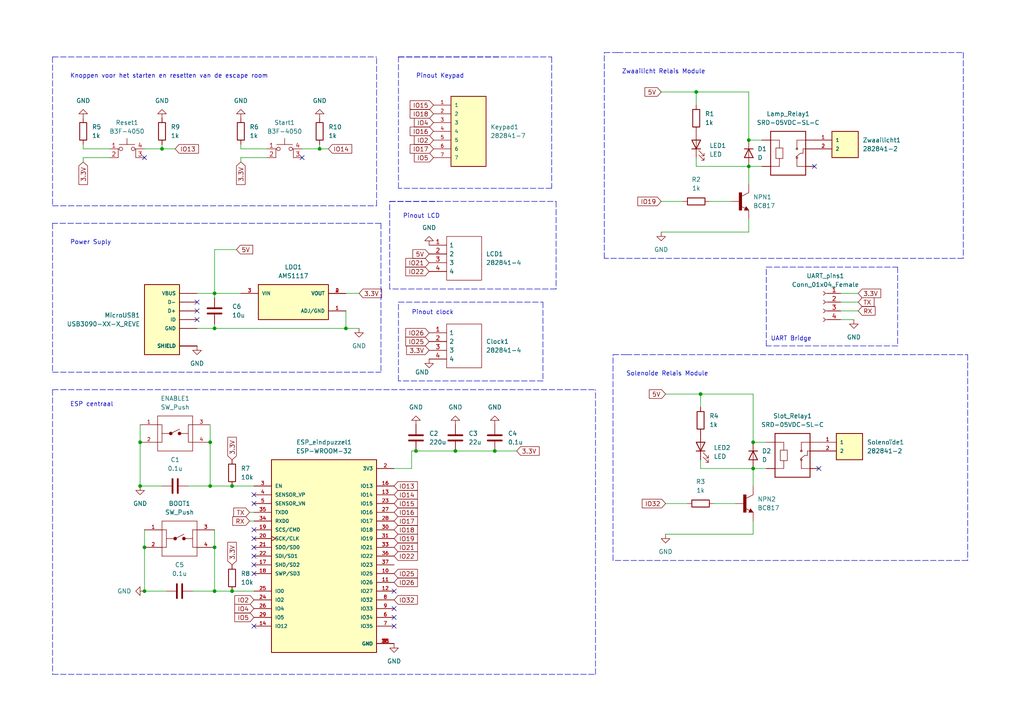
<source format=kicad_sch>
(kicad_sch (version 20211123) (generator eeschema)
  (paper "A4")
  (title_block (title "Eindpuzzel schakeling") (date "2022-03-29") (company "KULeuven") (comment 1 "Bachlorproef 2022"))
  (lib_symbols
    (symbol "282841-2:282841-2" (pin_names (offset 1.016))
      (property "Reference" "J" (at 0 10.16 0))
      (property "Value" "282841-2" (at 0 -7.62 0))
      (symbol "282841-2_0_0"
        (rectangle (start -5.08 -2.54) (end 2.54 5.08) (stroke (width 0.254)) (fill (type background)))
        (pin passive line (at -10.16 2.54 0) (length 5.08) (name "1") (number "1"))
        (pin passive line (at -10.16 0 0) (length 5.08) (name "2") (number "2"))
      )
    )
    (symbol "282841-4:282841-4" (pin_names (offset 0.762))
      (property "Reference" "J" (at 16.51 7.62 0))
      (property "Value" "282841-4" (at 16.51 5.08 0))
      (symbol "282841-4_0_0"
        (pin passive line (at 0 0 0) (length 5.08) (name "1") (number "1"))
        (pin passive line (at 0 -2.54 0) (length 5.08) (name "2") (number "2"))
        (pin passive line (at 0 -5.08 0) (length 5.08) (name "3") (number "3"))
        (pin passive line (at 0 -7.62 0) (length 5.08) (name "4") (number "4"))
      )
      (symbol "282841-4_0_1"
        (polyline (pts (xy 5.08 2.54) (xy 15.24 2.54) (xy 15.24 -10.16) (xy 5.08 -10.16) (xy 5.08 2.54)) (stroke (width 0.1524)))
      )
    )
    (symbol "282841-7:282841-7" (pin_names (offset 1.016))
      (property "Reference" "J" (at -5.588 10.16 0))
      (property "Value" "282841-7" (at -5.08 -12.7 0))
      (symbol "282841-7_0_0"
        (rectangle (start -5.08 -10.16) (end 5.08 10.16) (stroke (width 0.254)) (fill (type background)))
        (pin passive line (at -10.16 7.62 0) (length 5.08) (name "1") (number "1"))
        (pin passive line (at -10.16 5.08 0) (length 5.08) (name "2") (number "2"))
        (pin passive line (at -10.16 2.54 0) (length 5.08) (name "3") (number "3"))
        (pin passive line (at -10.16 0 0) (length 5.08) (name "4") (number "4"))
        (pin passive line (at -10.16 -2.54 0) (length 5.08) (name "5") (number "5"))
        (pin passive line (at -10.16 -5.08 0) (length 5.08) (name "6") (number "6"))
        (pin passive line (at -10.16 -7.62 0) (length 5.08) (name "7") (number "7"))
      )
    )
    (symbol "3-1825910-1:3-1825910-1" (pin_names (offset 1.016) hide)
      (property "Reference" "SW" (at -5.08 5.588 0))
      (property "Value" "3-1825910-1" (at -5.08 -7.62 0))
      (symbol "3-1825910-1_0_0"
        (circle (center -1.27 0) (radius 0.254) (stroke (width 0.508)))
        (polyline (pts (xy -5.08 -5.08) (xy -5.08 -2.54)) (stroke (width 0.1524)))
        (polyline (pts (xy -5.08 -2.54) (xy -5.08 2.54)) (stroke (width 0.1524)))
        (polyline (pts (xy -5.08 2.54) (xy -5.08 5.08)) (stroke (width 0.1524)))
        (polyline (pts (xy -5.08 2.54) (xy -3.81 2.54)) (stroke (width 0.1524)))
        (polyline (pts (xy -5.08 5.08) (xy 5.08 5.08)) (stroke (width 0.1524)))
        (polyline (pts (xy -3.81 -2.54) (xy -5.08 -2.54)) (stroke (width 0.1524)))
        (polyline (pts (xy -3.81 0) (xy -3.81 -2.54)) (stroke (width 0.1524)))
        (polyline (pts (xy -3.81 0) (xy -1.27 0)) (stroke (width 0.1524)))
        (polyline (pts (xy -3.81 2.54) (xy -3.81 0)) (stroke (width 0.1524)))
        (polyline (pts (xy -1.27 0) (xy 1.27 1.27)) (stroke (width 0.1524)))
        (polyline (pts (xy 1.27 0) (xy 3.81 0)) (stroke (width 0.1524)))
        (polyline (pts (xy 3.81 -2.54) (xy 5.08 -2.54)) (stroke (width 0.1524)))
        (polyline (pts (xy 3.81 0) (xy 3.81 -2.54)) (stroke (width 0.1524)))
        (polyline (pts (xy 3.81 0) (xy 3.81 2.54)) (stroke (width 0.1524)))
        (polyline (pts (xy 3.81 2.54) (xy 5.08 2.54)) (stroke (width 0.1524)))
        (polyline (pts (xy 5.08 -5.08) (xy -5.08 -5.08)) (stroke (width 0.1524)))
        (polyline (pts (xy 5.08 -2.54) (xy 5.08 -5.08)) (stroke (width 0.1524)))
        (polyline (pts (xy 5.08 2.54) (xy 5.08 -2.54)) (stroke (width 0.1524)))
        (polyline (pts (xy 5.08 5.08) (xy 5.08 2.54)) (stroke (width 0.1524)))
        (circle (center 1.27 0) (radius 0.254) (stroke (width 0.508)))
        (pin passive line (at -10.16 2.54 0) (length 5.08) (name "~") (number "1"))
        (pin passive line (at -10.16 -2.54 0) (length 5.08) (name "~") (number "2"))
        (pin passive line (at 10.16 2.54 180) (length 5.08) (name "~") (number "3"))
        (pin passive line (at 10.16 -2.54 180) (length 5.08) (name "~") (number "4"))
      )
    )
    (symbol "AMS1117:AMS1117" (pin_names (offset 1.016))
      (property "Reference" "U" (at -10.16 5.588 0))
      (property "Value" "AMS1117" (at -10.16 -8.128 0))
      (symbol "AMS1117_0_0"
        (rectangle (start -10.16 -5.08) (end 10.16 5.08) (stroke (width 0.254)) (fill (type background)))
        (pin power_in line (at 15.24 -2.54 180) (length 5.08) (name "ADJ/GND") (number "1"))
        (pin output line (at 15.24 2.54 180) (length 5.08) (name "VOUT") (number "2"))
        (pin input line (at -15.24 2.54 0) (length 5.08) (name "VIN") (number "3"))
        (pin output line (at 15.24 2.54 180) (length 5.08) (name "VOUT") (number "4"))
      )
    )
    (symbol "BC817:BC817" (pin_numbers hide) (pin_names (offset 1.016) hide)
      (property "Reference" "Q" (at -10.16 7.62 0))
      (property "Value" "BC817" (at -10.16 -7.62 0))
      (symbol "BC817_0_0"
        (rectangle (start -0.254 -2.54) (end 0.508 2.54) (fill (type outline)))
        (polyline (pts (xy 1.27 -2.54) (xy 1.778 -1.524)) (stroke (width 0.1524)))
        (polyline (pts (xy 1.524 -2.413) (xy 2.286 -2.413)) (stroke (width 0.254)))
        (polyline (pts (xy 1.524 -2.286) (xy 1.905 -2.286)) (stroke (width 0.254)))
        (polyline (pts (xy 1.5494 -2.032) (xy 0.3048 -1.4224)) (stroke (width 0.1524)))
        (polyline (pts (xy 1.778 -1.778) (xy 1.524 -2.286)) (stroke (width 0.254)))
        (polyline (pts (xy 1.778 -1.524) (xy 2.54 -2.54)) (stroke (width 0.1524)))
        (polyline (pts (xy 1.905 -2.286) (xy 1.778 -2.032)) (stroke (width 0.254)))
        (polyline (pts (xy 2.286 -2.413) (xy 1.778 -1.778)) (stroke (width 0.254)))
        (polyline (pts (xy 2.54 -2.54) (xy 1.27 -2.54)) (stroke (width 0.1524)))
        (polyline (pts (xy 2.54 2.54) (xy 0.508 1.524)) (stroke (width 0.1524)))
        (pin passive line (at -2.54 0 0) (length 2.54) (name "~") (number "1"))
        (pin passive line (at 2.54 -5.08 90) (length 2.54) (name "~") (number "2"))
        (pin passive line (at 2.54 5.08 270) (length 2.54) (name "~") (number "3"))
      )
    )
    (symbol "Connector:Conn_01x04_Female" (pin_names (offset 1.016) hide)
      (property "Reference" "J" (at 0 5.08 0))
      (property "Value" "Conn_01x04_Female" (at 0 -7.62 0))
      (symbol "Conn_01x04_Female_1_1"
        (arc (start 0 -4.572) (mid -0.508 -5.08) (end 0 -5.588) (stroke (width 0.1524)))
        (arc (start 0 -2.032) (mid -0.508 -2.54) (end 0 -3.048) (stroke (width 0.1524)))
        (polyline (pts (xy -1.27 -5.08) (xy -0.508 -5.08)) (stroke (width 0.1524)))
        (polyline (pts (xy -1.27 -2.54) (xy -0.508 -2.54)) (stroke (width 0.1524)))
        (polyline (pts (xy -1.27 0) (xy -0.508 0)) (stroke (width 0.1524)))
        (polyline (pts (xy -1.27 2.54) (xy -0.508 2.54)) (stroke (width 0.1524)))
        (arc (start 0 0.508) (mid -0.508 0) (end 0 -0.508) (stroke (width 0.1524)))
        (arc (start 0 3.048) (mid -0.508 2.54) (end 0 2.032) (stroke (width 0.1524)))
        (pin passive line (at -5.08 2.54 0) (length 3.81) (name "Pin_1") (number "1"))
        (pin passive line (at -5.08 0 0) (length 3.81) (name "Pin_2") (number "2"))
        (pin passive line (at -5.08 -2.54 0) (length 3.81) (name "Pin_3") (number "3"))
        (pin passive line (at -5.08 -5.08 0) (length 3.81) (name "Pin_4") (number "4"))
      )
    )
    (symbol "Device:C" (pin_numbers hide) (pin_names (offset 0.254))
      (property "Reference" "C" (at 0.635 2.54 0))
      (property "Value" "C" (at 0.635 -2.54 0))
      (symbol "C_0_1"
        (polyline (pts (xy -2.032 -0.762) (xy 2.032 -0.762)) (stroke (width 0.508)))
        (polyline (pts (xy -2.032 0.762) (xy 2.032 0.762)) (stroke (width 0.508)))
      )
      (symbol "C_1_1"
        (pin passive line (at 0 3.81 270) (length 2.794) (name "~") (number "1"))
        (pin passive line (at 0 -3.81 90) (length 2.794) (name "~") (number "2"))
      )
    )
    (symbol "Device:D" (pin_numbers hide) (pin_names (offset 1.016) hide)
      (property "Reference" "D" (at 0 2.54 0))
      (property "Value" "D" (at 0 -2.54 0))
      (symbol "D_0_1"
        (polyline (pts (xy -1.27 1.27) (xy -1.27 -1.27)) (stroke (width 0.254)))
        (polyline (pts (xy 1.27 0) (xy -1.27 0)))
        (polyline (pts (xy 1.27 1.27) (xy 1.27 -1.27) (xy -1.27 0) (xy 1.27 1.27)) (stroke (width 0.254)))
      )
      (symbol "D_1_1"
        (pin passive line (at -3.81 0 0) (length 2.54) (name "K") (number "1"))
        (pin passive line (at 3.81 0 180) (length 2.54) (name "A") (number "2"))
      )
    )
    (symbol "Device:LED" (pin_numbers hide) (pin_names (offset 1.016) hide)
      (property "Reference" "D" (at 0 2.54 0))
      (property "Value" "LED" (at 0 -2.54 0))
      (symbol "LED_0_1"
        (polyline (pts (xy -1.27 -1.27) (xy -1.27 1.27)) (stroke (width 0.254)))
        (polyline (pts (xy -1.27 0) (xy 1.27 0)))
        (polyline (pts (xy 1.27 -1.27) (xy 1.27 1.27) (xy -1.27 0) (xy 1.27 -1.27)) (stroke (width 0.254)))
        (polyline (pts (xy -3.048 -0.762) (xy -4.572 -2.286) (xy -3.81 -2.286) (xy -4.572 -2.286) (xy -4.572 -1.524)))
        (polyline (pts (xy -1.778 -0.762) (xy -3.302 -2.286) (xy -2.54 -2.286) (xy -3.302 -2.286) (xy -3.302 -1.524)))
      )
      (symbol "LED_1_1"
        (pin passive line (at -3.81 0 0) (length 2.54) (name "K") (number "1"))
        (pin passive line (at 3.81 0 180) (length 2.54) (name "A") (number "2"))
      )
    )
    (symbol "Device:R" (pin_numbers hide) (pin_names (offset 0))
      (property "Reference" "R" (at 2.032 0 90))
      (property "Value" "R" (at 0 0 90))
      (symbol "R_0_1"
        (rectangle (start -1.016 -2.54) (end 1.016 2.54) (stroke (width 0.254)))
      )
      (symbol "R_1_1"
        (pin passive line (at 0 3.81 270) (length 1.27) (name "~") (number "1"))
        (pin passive line (at 0 -3.81 90) (length 1.27) (name "~") (number "2"))
      )
    )
    (symbol "ESP-WROOM-32:ESP-WROOM-32" (pin_names (offset 1.016))
      (property "Reference" "U" (at -15.2654 28.4988 0))
      (property "Value" "ESP-WROOM-32" (at -15.2654 -31.0642 0))
      (symbol "ESP-WROOM-32_0_0"
        (rectangle (start -15.24 -27.94) (end 15.24 27.94) (stroke (width 0.254)) (fill (type background)))
        (pin power_in line (at 20.32 -25.4 180) (length 5.08) (name "GND") (number "1"))
        (pin power_in line (at 20.32 -25.4 180) (length 5.08) (name "GND") (number "1.1"))
        (pin bidirectional line (at 20.32 -5.08 180) (length 5.08) (name "IO25") (number "10"))
        (pin bidirectional line (at 20.32 -7.62 180) (length 5.08) (name "IO26") (number "11"))
        (pin bidirectional line (at 20.32 -10.16 180) (length 5.08) (name "IO27") (number "12"))
        (pin bidirectional line (at 20.32 17.78 180) (length 5.08) (name "IO14") (number "13"))
        (pin bidirectional line (at -20.32 -20.32 0) (length 5.08) (name "IO12") (number "14"))
        (pin power_in line (at 20.32 -25.4 180) (length 5.08) (name "GND") (number "15"))
        (pin bidirectional line (at 20.32 20.32 180) (length 5.08) (name "IO13") (number "16"))
        (pin bidirectional line (at -20.32 -2.54 0) (length 5.08) (name "SHD/SD2") (number "17"))
        (pin bidirectional line (at -20.32 -5.08 0) (length 5.08) (name "SWP/SD3") (number "18"))
        (pin bidirectional line (at -20.32 7.62 0) (length 5.08) (name "SCS/CMD") (number "19"))
        (pin power_in line (at 20.32 25.4 180) (length 5.08) (name "3V3") (number "2"))
        (pin bidirectional clock (at -20.32 5.08 0) (length 5.08) (name "SCK/CLK") (number "20"))
        (pin bidirectional line (at -20.32 2.54 0) (length 5.08) (name "SDO/SD0") (number "21"))
        (pin bidirectional line (at -20.32 0 0) (length 5.08) (name "SDI/SD1") (number "22"))
        (pin bidirectional line (at 20.32 15.24 180) (length 5.08) (name "IO15") (number "23"))
        (pin bidirectional line (at -20.32 -12.7 0) (length 5.08) (name "IO2") (number "24"))
        (pin bidirectional line (at -20.32 -10.16 0) (length 5.08) (name "IO0") (number "25"))
        (pin bidirectional line (at -20.32 -15.24 0) (length 5.08) (name "IO4") (number "26"))
        (pin bidirectional line (at 20.32 12.7 180) (length 5.08) (name "IO16") (number "27"))
        (pin bidirectional line (at 20.32 10.16 180) (length 5.08) (name "IO17") (number "28"))
        (pin bidirectional line (at -20.32 -17.78 0) (length 5.08) (name "IO5") (number "29"))
        (pin input line (at -20.32 20.32 0) (length 5.08) (name "EN") (number "3"))
        (pin bidirectional line (at 20.32 7.62 180) (length 5.08) (name "IO18") (number "30"))
        (pin bidirectional line (at 20.32 5.08 180) (length 5.08) (name "IO19") (number "31"))
        (pin bidirectional line (at 20.32 2.54 180) (length 5.08) (name "IO21") (number "33"))
        (pin bidirectional line (at -20.32 10.16 0) (length 5.08) (name "RXD0") (number "34"))
        (pin bidirectional line (at -20.32 12.7 0) (length 5.08) (name "TXD0") (number "35"))
        (pin bidirectional line (at 20.32 0 180) (length 5.08) (name "IO22") (number "36"))
        (pin bidirectional line (at 20.32 -2.54 180) (length 5.08) (name "IO23") (number "37"))
        (pin power_in line (at 20.32 -25.4 180) (length 5.08) (name "GND") (number "38"))
        (pin input line (at -20.32 17.78 0) (length 5.08) (name "SENSOR_VP") (number "4"))
        (pin input line (at -20.32 15.24 0) (length 5.08) (name "SENSOR_VN") (number "5"))
        (pin bidirectional line (at 20.32 -17.78 180) (length 5.08) (name "IO34") (number "6"))
        (pin bidirectional line (at 20.32 -20.32 180) (length 5.08) (name "IO35") (number "7"))
        (pin bidirectional line (at 20.32 -12.7 180) (length 5.08) (name "IO32") (number "8"))
        (pin bidirectional line (at 20.32 -15.24 180) (length 5.08) (name "IO33") (number "9"))
      )
    )
    (symbol "SRD-05VDC-SL-C:SRD-05VDC-SL-C" (pin_numbers hide) (pin_names (offset 1.016) hide)
      (property "Reference" "K" (at -5.08 5.842 0))
      (property "Value" "SRD-05VDC-SL-C" (at -5.08 -10.16 0))
      (symbol "SRD-05VDC-SL-C_0_0"
        (polyline (pts (xy -5.08 -7.62) (xy -5.08 5.08)) (stroke (width 0.254)))
        (polyline (pts (xy -5.08 2.54) (xy -2.54 2.54)) (stroke (width 0.1524)))
        (polyline (pts (xy -5.08 5.08) (xy 5.08 5.08)) (stroke (width 0.254)))
        (polyline (pts (xy -3.556 -2.794) (xy -2.54 -2.794)) (stroke (width 0.1524)))
        (polyline (pts (xy -3.556 0.254) (xy -3.556 -2.794)) (stroke (width 0.1524)))
        (polyline (pts (xy -2.54 -5.08) (xy -5.08 -5.08)) (stroke (width 0.1524)))
        (polyline (pts (xy -2.54 -2.794) (xy -2.54 -5.08)) (stroke (width 0.1524)))
        (polyline (pts (xy -2.54 -2.794) (xy -1.524 -2.794)) (stroke (width 0.1524)))
        (polyline (pts (xy -2.54 0.254) (xy -3.556 0.254)) (stroke (width 0.1524)))
        (polyline (pts (xy -2.54 2.54) (xy -2.54 0.254)) (stroke (width 0.1524)))
        (polyline (pts (xy -1.524 -2.794) (xy -1.524 0.254)) (stroke (width 0.1524)))
        (polyline (pts (xy -1.524 0.254) (xy -2.54 0.254)) (stroke (width 0.1524)))
        (polyline (pts (xy 2.54 -5.08) (xy 5.08 -5.08)) (stroke (width 0.1524)))
        (polyline (pts (xy 2.54 -2.54) (xy 2.54 -5.08)) (stroke (width 0.1524)))
        (polyline (pts (xy 2.54 2.54) (xy 2.54 0)) (stroke (width 0.1524)))
        (polyline (pts (xy 3.556 -1.27) (xy 2.286 -2.286)) (stroke (width 0.1524)))
        (polyline (pts (xy 3.556 -1.27) (xy 4.318 -1.27)) (stroke (width 0.1524)))
        (polyline (pts (xy 4.318 -1.27) (xy 4.318 0)) (stroke (width 0.1524)))
        (polyline (pts (xy 4.318 0) (xy 5.08 0)) (stroke (width 0.1524)))
        (polyline (pts (xy 5.08 -7.62) (xy -5.08 -7.62)) (stroke (width 0.254)))
        (polyline (pts (xy 5.08 0) (xy 5.08 -7.62)) (stroke (width 0.254)))
        (polyline (pts (xy 5.08 2.54) (xy 2.54 2.54)) (stroke (width 0.1524)))
        (polyline (pts (xy 5.08 5.08) (xy 5.08 0)) (stroke (width 0.254)))
        (circle (center 2.54 -2.54) (radius 0.254) (stroke (width 0.1524)))
        (circle (center 2.54 0) (radius 0.254) (stroke (width 0.1524)))
        (pin passive line (at -7.62 2.54 0) (length 2.54) (name "~") (number "A1"))
        (pin passive line (at -7.62 -5.08 0) (length 2.54) (name "~") (number "A2"))
        (pin passive line (at 7.62 0 180) (length 2.54) (name "~") (number "COM"))
        (pin passive line (at 7.62 -5.08 180) (length 2.54) (name "~") (number "NC"))
        (pin passive line (at 7.62 2.54 180) (length 2.54) (name "~") (number "NO"))
      )
    )
    (symbol "Switch:SW_MEC_5E" (pin_names (offset 1.016) hide)
      (property "Reference" "SW" (at 0.635 5.715 0))
      (property "Value" "SW_MEC_5E" (at 0 -3.175 0))
      (symbol "SW_MEC_5E_0_1"
        (circle (center -1.778 2.54) (radius 0.508))
        (polyline (pts (xy -2.286 3.81) (xy 2.286 3.81)))
        (polyline (pts (xy 0 3.81) (xy 0 5.588)))
        (polyline (pts (xy -2.54 0) (xy -2.54 2.54) (xy -2.286 2.54)))
        (polyline (pts (xy 2.54 0) (xy 2.54 2.54) (xy 2.286 2.54)))
        (circle (center 1.778 2.54) (radius 0.508))
        (pin passive line (at -5.08 2.54 0) (length 2.54) (name "1") (number "1"))
        (pin passive line (at -5.08 0 0) (length 2.54) (name "2") (number "2"))
        (pin passive line (at 5.08 0 180) (length 2.54) (name "K") (number "3"))
        (pin passive line (at 5.08 2.54 180) (length 2.54) (name "A") (number "4"))
      )
    )
    (symbol "USB3090-XX-X_REVE:USB3090-XX-X_REVE" (pin_numbers hide) (pin_names (offset 1.016))
      (property "Reference" "J" (at -5.08 10.6934 0))
      (property "Value" "USB3090-XX-X_REVE" (at -5.08 -12.7 0))
      (symbol "USB3090-XX-X_REVE_0_0"
        (rectangle (start -5.08 -10.16) (end 5.08 10.16) (stroke (width 0.254)) (fill (type background)))
        (pin power_in line (at -10.16 7.62 0) (length 5.08) (name "VBUS") (number "1"))
        (pin bidirectional line (at -10.16 5.08 0) (length 5.08) (name "D-") (number "2"))
        (pin bidirectional line (at -10.16 2.54 0) (length 5.08) (name "D+") (number "3"))
        (pin bidirectional line (at -10.16 0 0) (length 5.08) (name "ID") (number "4"))
        (pin power_in line (at -10.16 -2.54 0) (length 5.08) (name "GND") (number "5"))
        (pin power_in line (at -10.16 -7.62 0) (length 5.08) (name "SHIELD") (number "6"))
        (pin power_in line (at -10.16 -7.62 0) (length 5.08) (name "SHIELD") (number "7"))
        (pin power_in line (at -10.16 -7.62 0) (length 5.08) (name "SHIELD") (number "8"))
        (pin power_in line (at -10.16 -7.62 0) (length 5.08) (name "SHIELD") (number "9"))
      )
    )
    (symbol "power:GND" (power) (pin_names (offset 0))
      (property "Value" "GND" (at 0 -3.81 0))
      (symbol "GND_0_1"
        (polyline (pts (xy 0 0) (xy 0 -1.27) (xy 1.27 -1.27) (xy 0 -2.54) (xy -1.27 -1.27) (xy 0 -1.27)))
      )
      (symbol "GND_1_1"
        (pin power_in line (at 0 0 270) (length 0) hide (name "GND") (number "1"))
      )
    )
  )
  (junction (at 218.44 135.89))
  (junction (at 62.23 95.25))
  (junction (at 100.33 95.25))
  (junction (at 218.44 128.27))
  (junction (at 203.2 114.3))
  (junction (at 67.31 171.45))
  (junction (at 60.96 140.97))
  (junction (at 92.71 43.18))
  (junction (at 62.23 171.45))
  (junction (at 201.93 26.67))
  (junction (at 41.91 171.45))
  (junction (at 40.64 128.27))
  (junction (at 217.17 40.64))
  (junction (at 67.31 140.97))
  (junction (at 62.23 85.09))
  (junction (at 41.91 158.75))
  (junction (at 60.96 128.27))
  (junction (at 62.23 158.75))
  (junction (at 120.65 130.81))
  (junction (at 132.08 130.81))
  (junction (at 217.17 48.26))
  (junction (at 143.51 130.81))
  (junction (at 46.99 43.18))
  (junction (at 40.64 140.97))
  (no_connect (at 236.22 48.26))
  (no_connect (at 73.66 143.51))
  (no_connect (at 73.66 146.05))
  (no_connect (at 73.66 153.67))
  (no_connect (at 73.66 156.21))
  (no_connect (at 73.66 158.75))
  (no_connect (at 73.66 161.29))
  (no_connect (at 73.66 163.83))
  (no_connect (at 73.66 166.37))
  (no_connect (at 73.66 181.61))
  (no_connect (at 114.3 181.61))
  (no_connect (at 114.3 179.07))
  (no_connect (at 114.3 176.53))
  (no_connect (at 114.3 171.45))
  (no_connect (at 41.91 45.72))
  (no_connect (at 87.63 45.72))
  (no_connect (at 57.15 92.71))
  (no_connect (at 57.15 87.63))
  (no_connect (at 57.15 90.17))
  (no_connect (at 237.49 135.89))
  (wire (pts (xy 218.44 151.13) (xy 218.44 154.94)))
  (wire (pts (xy 243.84 90.17) (xy 248.92 90.17)))
  (wire (pts (xy 203.2 133.35) (xy 203.2 135.89)))
  (wire (pts (xy 92.71 43.18) (xy 95.25 43.18)))
  (wire (pts (xy 72.39 151.13) (xy 73.66 151.13)))
  (wire (pts (xy 218.44 128.27) (xy 218.44 114.3)))
  (polyline (pts (xy 157.48 110.49) (xy 115.57 110.49)))
  (wire (pts (xy 24.13 43.18) (xy 31.75 43.18)))
  (wire (pts (xy 191.77 67.31) (xy 217.17 67.31)))
  (wire (pts (xy 24.13 45.72) (xy 31.75 45.72)))
  (wire (pts (xy 201.93 26.67) (xy 201.93 30.48)))
  (wire (pts (xy 207.01 146.05) (xy 213.36 146.05)))
  (wire (pts (xy 205.74 58.42) (xy 212.09 58.42)))
  (wire (pts (xy 40.64 128.27) (xy 40.64 140.97)))
  (wire (pts (xy 68.58 72.39) (xy 62.23 72.39)))
  (polyline (pts (xy 115.57 87.63) (xy 157.48 87.63)))
  (polyline (pts (xy 280.67 102.87) (xy 280.67 162.56)))
  (polyline (pts (xy 161.29 58.42) (xy 161.29 83.82)))
  (polyline (pts (xy 109.22 59.69) (xy 109.22 16.51)))
  (wire (pts (xy 62.23 85.09) (xy 69.85 85.09)))
  (polyline (pts (xy 177.8 102.87) (xy 181.61 102.87)))
  (polyline (pts (xy 113.03 83.82) (xy 113.03 58.42)))
  (polyline (pts (xy 222.25 77.47) (xy 260.35 77.47)))
  (wire (pts (xy 100.33 90.17) (xy 100.33 95.25)))
  (wire (pts (xy 57.15 95.25) (xy 62.23 95.25)))
  (wire (pts (xy 24.13 41.91) (xy 24.13 43.18)))
  (wire (pts (xy 69.85 43.18) (xy 77.47 43.18)))
  (wire (pts (xy 57.15 85.09) (xy 62.23 85.09)))
  (polyline (pts (xy 15.24 59.69) (xy 109.22 59.69)))
  (wire (pts (xy 193.04 114.3) (xy 203.2 114.3)))
  (polyline (pts (xy 15.24 113.03) (xy 172.72 113.03)))
  (polyline (pts (xy 260.35 77.47) (xy 260.35 100.33)))
  (polyline (pts (xy 15.24 16.51) (xy 15.24 59.69)))
  (polyline (pts (xy 175.26 15.24) (xy 179.07 15.24)))
  (wire (pts (xy 100.33 85.09) (xy 104.14 85.09)))
  (polyline (pts (xy 115.57 110.49) (xy 115.57 87.63)))
  (polyline (pts (xy 160.02 54.61) (xy 115.57 54.61)))
  (wire (pts (xy 218.44 135.89) (xy 222.25 135.89)))
  (wire (pts (xy 24.13 45.72) (xy 24.13 46.99)))
  (wire (pts (xy 119.38 130.81) (xy 120.65 130.81)))
  (polyline (pts (xy 110.49 64.77) (xy 110.49 107.95)))
  (wire (pts (xy 46.99 41.91) (xy 46.99 43.18)))
  (wire (pts (xy 201.93 26.67) (xy 217.17 26.67)))
  (wire (pts (xy 60.96 123.19) (xy 60.96 128.27)))
  (wire (pts (xy 62.23 171.45) (xy 67.31 171.45)))
  (wire (pts (xy 62.23 95.25) (xy 100.33 95.25)))
  (wire (pts (xy 41.91 158.75) (xy 41.91 171.45)))
  (wire (pts (xy 40.64 123.19) (xy 40.64 128.27)))
  (wire (pts (xy 62.23 158.75) (xy 62.23 171.45)))
  (wire (pts (xy 41.91 171.45) (xy 48.26 171.45)))
  (wire (pts (xy 69.85 45.72) (xy 69.85 46.99)))
  (wire (pts (xy 203.2 135.89) (xy 218.44 135.89)))
  (wire (pts (xy 40.64 140.97) (xy 46.99 140.97)))
  (polyline (pts (xy 115.57 16.51) (xy 160.02 16.51)))
  (polyline (pts (xy 177.8 162.56) (xy 177.8 102.87)))
  (wire (pts (xy 62.23 85.09) (xy 62.23 86.36)))
  (polyline (pts (xy 279.4 74.93) (xy 175.26 74.93)))
  (polyline (pts (xy 115.57 54.61) (xy 115.57 16.51)))
  (polyline (pts (xy 181.61 102.87) (xy 280.67 102.87)))
  (wire (pts (xy 132.08 130.81) (xy 143.51 130.81)))
  (polyline (pts (xy 172.72 195.58) (xy 172.72 113.03)))
  (wire (pts (xy 243.84 92.71) (xy 247.65 92.71)))
  (wire (pts (xy 201.93 48.26) (xy 217.17 48.26)))
  (polyline (pts (xy 113.03 58.42) (xy 127 58.42)))
  (polyline (pts (xy 115.57 16.51) (xy 144.78 16.51)))
  (polyline (pts (xy 15.24 195.58) (xy 172.72 195.58)))
  (wire (pts (xy 46.99 43.18) (xy 50.8 43.18)))
  (wire (pts (xy 203.2 114.3) (xy 203.2 118.11)))
  (polyline (pts (xy 175.26 74.93) (xy 175.26 15.24)))
  (polyline (pts (xy 157.48 87.63) (xy 157.48 110.49)))
  (polyline (pts (xy 15.24 107.95) (xy 110.49 107.95)))
  (polyline (pts (xy 110.49 64.77) (xy 15.24 64.77)))
  (polyline (pts (xy 279.4 15.24) (xy 279.4 74.93)))
  (wire (pts (xy 217.17 63.5) (xy 217.17 67.31)))
  (wire (pts (xy 248.92 85.09) (xy 243.84 85.09)))
  (wire (pts (xy 62.23 72.39) (xy 62.23 85.09)))
  (polyline (pts (xy 160.02 16.51) (xy 160.02 54.61)))
  (wire (pts (xy 201.93 45.72) (xy 201.93 48.26)))
  (wire (pts (xy 62.23 93.98) (xy 62.23 95.25)))
  (wire (pts (xy 92.71 41.91) (xy 92.71 43.18)))
  (wire (pts (xy 100.33 95.25) (xy 104.14 95.25)))
  (wire (pts (xy 60.96 128.27) (xy 60.96 140.97)))
  (wire (pts (xy 67.31 171.45) (xy 73.66 171.45)))
  (polyline (pts (xy 15.24 113.03) (xy 15.24 195.58)))
  (wire (pts (xy 191.77 58.42) (xy 198.12 58.42)))
  (polyline (pts (xy 161.29 83.82) (xy 113.03 83.82)))
  (wire (pts (xy 69.85 45.72) (xy 77.47 45.72)))
  (wire (pts (xy 217.17 40.64) (xy 217.17 26.67)))
  (wire (pts (xy 193.04 146.05) (xy 199.39 146.05)))
  (wire (pts (xy 119.38 130.81) (xy 119.38 135.89)))
  (wire (pts (xy 41.91 153.67) (xy 41.91 158.75)))
  (wire (pts (xy 143.51 130.81) (xy 149.86 130.81)))
  (wire (pts (xy 217.17 48.26) (xy 220.98 48.26)))
  (wire (pts (xy 60.96 140.97) (xy 67.31 140.97)))
  (wire (pts (xy 67.31 140.97) (xy 73.66 140.97)))
  (wire (pts (xy 41.91 43.18) (xy 46.99 43.18)))
  (polyline (pts (xy 15.24 16.51) (xy 109.22 16.51)))
  (polyline (pts (xy 15.24 64.77) (xy 15.24 107.95)))
  (wire (pts (xy 243.84 87.63) (xy 248.92 87.63)))
  (wire (pts (xy 72.39 148.59) (xy 73.66 148.59)))
  (wire (pts (xy 69.85 41.91) (xy 69.85 43.18)))
  (wire (pts (xy 62.23 153.67) (xy 62.23 158.75)))
  (wire (pts (xy 120.65 130.81) (xy 132.08 130.81)))
  (polyline (pts (xy 222.25 100.33) (xy 222.25 77.47)))
  (wire (pts (xy 54.61 140.97) (xy 60.96 140.97)))
  (wire (pts (xy 55.88 171.45) (xy 62.23 171.45)))
  (polyline (pts (xy 179.07 15.24) (xy 279.4 15.24)))
  (wire (pts (xy 191.77 26.67) (xy 201.93 26.67)))
  (polyline (pts (xy 280.67 162.56) (xy 177.8 162.56)))
  (wire (pts (xy 222.25 128.27) (xy 218.44 128.27)))
  (wire (pts (xy 114.3 135.89) (xy 119.38 135.89)))
  (wire (pts (xy 218.44 135.89) (xy 218.44 140.97)))
  (wire (pts (xy 217.17 48.26) (xy 217.17 53.34)))
  (polyline (pts (xy 260.35 100.33) (xy 222.25 100.33)))
  (wire (pts (xy 193.04 154.94) (xy 218.44 154.94)))
  (polyline (pts (xy 113.03 58.42) (xy 161.29 58.42)))
  (wire (pts (xy 220.98 40.64) (xy 217.17 40.64)))
  (wire (pts (xy 87.63 43.18) (xy 92.71 43.18)))
  (wire (pts (xy 203.2 114.3) (xy 218.44 114.3)))
  (text "ESP centraal" (at 20.32 118.11 0) (effects (font (size 1.27 1.27)) (justify left bottom)))
  (text "Power Suply\n" (at 20.32 71.12 0) (effects (font (size 1.27 1.27)) (justify left bottom)))
  (text "Pinout clock" (at 119.38 91.44 0) (effects (font (size 1.27 1.27)) (justify left bottom)))
  (text "Knoppen voor het starten en resetten van de escape room" (at 20.32 22.86 0) (effects (font (size 1.27 1.27)) (justify left bottom)))
  (text "UART Bridge" (at 223.52 99.06 0) (effects (font (size 1.27 1.27)) (justify left bottom)))
  (text "Pinout Keypad\n" (at 120.65 22.86 0) (effects (font (size 1.27 1.27)) (justify left bottom)))
  (text "Pinout LCD\n" (at 116.84 63.5 0) (effects (font (size 1.27 1.27)) (justify left bottom)))
  (text "Zwaailicht Relais Module" (at 180.34 21.59 0) (effects (font (size 1.27 1.27)) (justify left bottom)))
  (text "Solenoide Relais Module" (at 181.61 109.22 0) (effects (font (size 1.27 1.27)) (justify left bottom)))
  (global_label "IO25" (shape input) (at 124.46 99.06 180) (property "Intersheet References" "${INTERSHEET_REFS}" (effects hide)))
  (global_label "IO5" (shape input) (at 73.66 179.07 180) (property "Intersheet References" "${INTERSHEET_REFS}" (effects hide)))
  (global_label "IO32" (shape input) (at 114.3 173.99 0) (property "Intersheet References" "${INTERSHEET_REFS}" (effects hide)))
  (global_label "IO32" (shape input) (at 193.04 146.05 180) (property "Intersheet References" "${INTERSHEET_REFS}" (effects hide)))
  (global_label "IO13" (shape input) (at 50.8 43.18 0) (property "Intersheet References" "${INTERSHEET_REFS}" (effects hide)))
  (global_label "IO19" (shape input) (at 191.77 58.42 180) (property "Intersheet References" "${INTERSHEET_REFS}" (effects hide)))
  (global_label "3.3V" (shape input) (at 248.92 85.09 0) (property "Intersheet References" "${INTERSHEET_REFS}" (effects hide)))
  (global_label "IO18" (shape input) (at 114.3 153.67 0) (property "Intersheet References" "${INTERSHEET_REFS}" (effects hide)))
  (global_label "IO19" (shape input) (at 114.3 156.21 0) (property "Intersheet References" "${INTERSHEET_REFS}" (effects hide)))
  (global_label "IO17" (shape input) (at 125.73 43.18 180) (property "Intersheet References" "${INTERSHEET_REFS}" (effects hide)))
  (global_label "5V" (shape input) (at 193.04 114.3 180) (property "Intersheet References" "${INTERSHEET_REFS}" (effects hide)))
  (global_label "3.3V" (shape input) (at 124.46 101.6 180) (property "Intersheet References" "${INTERSHEET_REFS}" (effects hide)))
  (global_label "IO16" (shape input) (at 114.3 148.59 0) (property "Intersheet References" "${INTERSHEET_REFS}" (effects hide)))
  (global_label "IO15" (shape input) (at 114.3 146.05 0) (property "Intersheet References" "${INTERSHEET_REFS}" (effects hide)))
  (global_label "3.3V" (shape input) (at 67.31 133.35 90) (property "Intersheet References" "${INTERSHEET_REFS}" (effects hide)))
  (global_label "5V" (shape input) (at 68.58 72.39 0) (property "Intersheet References" "${INTERSHEET_REFS}" (effects hide)))
  (global_label "5V" (shape input) (at 124.46 73.66 180) (property "Intersheet References" "${INTERSHEET_REFS}" (effects hide)))
  (global_label "IO14" (shape input) (at 95.25 43.18 0) (property "Intersheet References" "${INTERSHEET_REFS}" (effects hide)))
  (global_label "IO16" (shape input) (at 125.73 38.1 180) (property "Intersheet References" "${INTERSHEET_REFS}" (effects hide)))
  (global_label "IO26" (shape input) (at 114.3 168.91 0) (property "Intersheet References" "${INTERSHEET_REFS}" (effects hide)))
  (global_label "IO14" (shape input) (at 114.3 143.51 0) (property "Intersheet References" "${INTERSHEET_REFS}" (effects hide)))
  (global_label "RX" (shape input) (at 72.39 151.13 180) (property "Intersheet References" "${INTERSHEET_REFS}" (effects hide)))
  (global_label "RX" (shape input) (at 248.92 90.17 0) (property "Intersheet References" "${INTERSHEET_REFS}" (effects hide)))
  (global_label "3.3V" (shape input) (at 104.14 85.09 0) (property "Intersheet References" "${INTERSHEET_REFS}" (effects hide)))
  (global_label "3.3V" (shape input) (at 69.85 46.99 270) (property "Intersheet References" "${INTERSHEET_REFS}" (effects hide)))
  (global_label "IO4" (shape input) (at 125.73 35.56 180) (property "Intersheet References" "${INTERSHEET_REFS}" (effects hide)))
  (global_label "IO25" (shape input) (at 114.3 166.37 0) (property "Intersheet References" "${INTERSHEET_REFS}" (effects hide)))
  (global_label "3.3V" (shape input) (at 149.86 130.81 0) (property "Intersheet References" "${INTERSHEET_REFS}" (effects hide)))
  (global_label "IO21" (shape input) (at 114.3 158.75 0) (property "Intersheet References" "${INTERSHEET_REFS}" (effects hide)))
  (global_label "IO4" (shape input) (at 73.66 176.53 180) (property "Intersheet References" "${INTERSHEET_REFS}" (effects hide)))
  (global_label "IO21" (shape input) (at 124.46 76.2 180) (property "Intersheet References" "${INTERSHEET_REFS}" (effects hide)))
  (global_label "IO26" (shape input) (at 124.46 96.52 180) (property "Intersheet References" "${INTERSHEET_REFS}" (effects hide)))
  (global_label "IO15" (shape input) (at 125.73 30.48 180) (property "Intersheet References" "${INTERSHEET_REFS}" (effects hide)))
  (global_label "IO2" (shape input) (at 73.66 173.99 180) (property "Intersheet References" "${INTERSHEET_REFS}" (effects hide)))
  (global_label "IO17" (shape input) (at 114.3 151.13 0) (property "Intersheet References" "${INTERSHEET_REFS}" (effects hide)))
  (global_label "IO5" (shape input) (at 125.73 45.72 180) (property "Intersheet References" "${INTERSHEET_REFS}" (effects hide)))
  (global_label "3.3V" (shape input) (at 67.31 163.83 90) (property "Intersheet References" "${INTERSHEET_REFS}" (effects hide)))
  (global_label "3.3V" (shape input) (at 24.13 46.99 270) (property "Intersheet References" "${INTERSHEET_REFS}" (effects hide)))
  (global_label "5V" (shape input) (at 191.77 26.67 180) (property "Intersheet References" "${INTERSHEET_REFS}" (effects hide)))
  (global_label "IO2" (shape input) (at 125.73 40.64 180) (property "Intersheet References" "${INTERSHEET_REFS}" (effects hide)))
  (global_label "IO13" (shape input) (at 114.3 140.97 0) (property "Intersheet References" "${INTERSHEET_REFS}" (effects hide)))
  (global_label "TX" (shape input) (at 248.92 87.63 0) (property "Intersheet References" "${INTERSHEET_REFS}" (effects hide)))
  (global_label "IO22" (shape input) (at 114.3 161.29 0) (property "Intersheet References" "${INTERSHEET_REFS}" (effects hide)))
  (global_label "TX" (shape input) (at 72.39 148.59 180) (property "Intersheet References" "${INTERSHEET_REFS}" (effects hide)))
  (global_label "IO22" (shape input) (at 124.46 78.74 180) (property "Intersheet References" "${INTERSHEET_REFS}" (effects hide)))
  (global_label "IO18" (shape input) (at 125.73 33.02 180) (property "Intersheet References" "${INTERSHEET_REFS}" (effects hide)))
  (symbol (lib_id "Device:R") (at 203.2 146.05 270) (unit 1)
    (property "Reference" "R3" (at 203.2 139.7 90))
    (property "Value" "1k" (at 203.2 142.24 90))
    (property "Footprint" "Resistor_SMD:R_0805_2012Metric_Pad1.20x1.40mm_HandSolder" (effects hide))
  )
  (symbol (lib_id "power:GND") (at 40.64 140.97 0) (mirror y) (unit 1)
    (property "Reference" "#PWR0107" (effects hide))
    (property "Value" "GND" (at 40.64 146.05 0))
  )
  (symbol (lib_id "AMS1117:AMS1117") (at 85.09 87.63 0) (unit 1)
    (property "Reference" "LDO1" (at 85.09 77.47 0))
    (property "Value" "AMS1117" (at 85.09 80.01 0))
    (property "Footprint" "components:SOT229P700X180-4N" (effects hide))
    (property "PARTREV" "N/A" (effects hide))
    (property "MANUFACTURER" "AMS" (effects hide))
    (property "MAXIMUM_PACKAGE_HEIGHT" "1.8mm" (effects hide))
    (property "STANDARD" "IPC-7351B" (effects hide))
  )
  (symbol (lib_id "USB3090-XX-X_REVE:USB3090-XX-X_REVE") (at 46.99 92.71 0) (mirror y) (unit 1)
    (property "Reference" "MicroUSB1" (at 40.64 91.4399 0) (effects (justify left)))
    (property "Value" "USB3090-XX-X_REVE" (at 40.64 93.9799 0) (effects (justify left)))
    (property "Footprint" "components:GCT_USB3090-XX-X_REVE" (effects hide))
    (property "MANUFACTURER" "GCT" (effects hide))
  )
  (symbol (lib_id "power:GND") (at 191.77 67.31 0) (unit 1)
    (property "Reference" "#PWR0101" (effects hide))
    (property "Value" "GND" (at 191.77 72.39 0))
  )
  (symbol (lib_id "282841-4:282841-4") (at 124.46 71.12 0) (unit 1)
    (property "Reference" "LCD1" (at 140.97 73.6599 0) (effects (justify left)))
    (property "Value" "282841-4" (at 140.97 76.1999 0) (effects (justify left)))
    (property "Footprint" "28241:2828414" (effects hide))
    (property "Datasheet" "https://www.te.com/commerce/DocumentDelivery/DDEController?Action=srchrtrv&DocNm=1-1773458-1_EURO_STYLE_QRG&DocType=Data+Sheet&DocLang=English&PartCntxt=282841-4&DocFormat=pdf" (effects hide))
    (property "Description" "TERMI-BLOK PCB MOUNT 4P. 5" (effects hide))
    (property "Height" "15.2" (effects hide))
    (property "Manufacturer_Name" "TE Connectivity" (effects hide))
    (property "Manufacturer_Part_Number" "282841-4" (effects hide))
    (property "Mouser Part Number" "571-2828414" (effects hide))
    (property "Mouser Price/Stock" "https://www.mouser.co.uk/ProductDetail/TE-Connectivity/282841-4?qs=gdajpSf3VLcTXEQ8wswT9g%3D%3D" (effects hide))
    (property "Arrow Part Number" "282841-4" (effects hide))
    (property "Arrow Price/Stock" "https://www.arrow.com/en/products/282841-4/te-connectivity?region=nac" (effects hide))
  )
  (symbol (lib_id "Device:LED") (at 201.93 41.91 90) (unit 1)
    (property "Reference" "LED1" (at 205.74 42.2274 90) (effects (justify right)))
    (property "Value" "LED" (at 205.74 44.7674 90) (effects (justify right)))
    (property "Footprint" "LED_SMD:LED_0805_2012Metric_Pad1.15x1.40mm_HandSolder" (effects hide))
  )
  (symbol (lib_id "282841-7:282841-7") (at 135.89 38.1 0) (unit 1)
    (property "Reference" "Keypad1" (at 142.24 36.8299 0) (effects (justify left)))
    (property "Value" "282841-7" (at 142.24 39.3699 0) (effects (justify left)))
    (property "Footprint" "components:TE_282841-7" (effects hide))
    (property "Comment" "282841-7" (effects hide))
  )
  (symbol (lib_id "power:GND") (at 46.99 34.29 180) (unit 1)
    (property "Reference" "#PWR0114" (effects hide))
    (property "Value" "GND" (at 46.99 29.21 0))
  )
  (symbol (lib_id "power:GND") (at 92.71 34.29 180) (unit 1)
    (property "Reference" "#PWR0115" (effects hide))
    (property "Value" "GND" (at 92.71 29.21 0))
  )
  (symbol (lib_id "BC817:BC817") (at 215.9 146.05 0) (unit 1)
    (property "Reference" "NPN2" (at 219.71 144.7799 0) (effects (justify left)))
    (property "Value" "BC817" (at 219.71 147.3199 0) (effects (justify left)))
    (property "Footprint" "components:SOT95P230X110-3N" (effects hide))
    (property "PARTREV" "7" (effects hide))
    (property "MANUFACTURER" "Nexperia" (effects hide))
    (property "MAXIMUM_PACKAGE_HEIGHT" "1.1 mm" (effects hide))
    (property "STANDARD" "IPC 7351B" (effects hide))
  )
  (symbol (lib_id "Device:D") (at 217.17 44.45 270) (unit 1)
    (property "Reference" "D1" (at 219.71 43.1799 90) (effects (justify left)))
    (property "Value" "D" (at 219.71 45.7199 90) (effects (justify left)))
    (property "Footprint" "LED_SMD:LED_0603_1608Metric_Pad1.05x0.95mm_HandSolder" (effects hide))
  )
  (symbol (lib_id "Device:R") (at 67.31 167.64 0) (unit 1)
    (property "Reference" "R8" (at 69.85 166.3699 0) (effects (justify left)))
    (property "Value" "10k" (at 69.85 168.9099 0) (effects (justify left)))
    (property "Footprint" "Resistor_SMD:R_0805_2012Metric_Pad1.20x1.40mm_HandSolder" (effects hide))
  )
  (symbol (lib_id "power:GND") (at 104.14 95.25 0) (unit 1)
    (property "Reference" "#PWR0103" (effects hide))
    (property "Value" "GND" (at 104.14 100.33 0))
  )
  (symbol (lib_id "3-1825910-1:3-1825910-1") (at 50.8 125.73 0) (unit 1)
    (property "Reference" "ENABLE1" (at 50.8 115.57 0))
    (property "Value" "SW_Push" (at 50.8 118.11 0))
    (property "Footprint" "components:TE_3-1825910-1" (effects hide))
    (property "EU_RoHS_Compliance" "Compliant" (effects hide))
    (property "Comment" "3-1825910-1" (effects hide))
  )
  (symbol (lib_id "Device:LED") (at 203.2 129.54 90) (unit 1)
    (property "Reference" "LED2" (at 207.01 129.8574 90) (effects (justify right)))
    (property "Value" "LED" (at 207.01 132.3974 90) (effects (justify right)))
    (property "Footprint" "LED_SMD:LED_0805_2012Metric_Pad1.15x1.40mm_HandSolder" (effects hide))
  )
  (symbol (lib_id "power:GND") (at 124.46 71.12 180) (unit 1)
    (property "Reference" "#PWR0105" (effects hide))
    (property "Value" "GND" (at 124.46 66.04 0))
  )
  (symbol (lib_id "3-1825910-1:3-1825910-1") (at 52.07 156.21 0) (unit 1)
    (property "Reference" "BOOT1" (at 52.07 146.05 0))
    (property "Value" "SW_Push" (at 52.07 148.59 0))
    (property "Footprint" "components:TE_3-1825910-1" (effects hide))
    (property "EU_RoHS_Compliance" "Compliant" (effects hide))
    (property "Comment" "3-1825910-1" (effects hide))
  )
  (symbol (lib_id "Device:R") (at 203.2 121.92 0) (unit 1)
    (property "Reference" "R4" (at 205.74 120.6499 0) (effects (justify left)))
    (property "Value" "1k" (at 205.74 123.1899 0) (effects (justify left)))
    (property "Footprint" "Resistor_SMD:R_0805_2012Metric_Pad1.20x1.40mm_HandSolder" (effects hide))
  )
  (symbol (lib_id "Device:C") (at 143.51 127 0) (unit 1)
    (property "Reference" "C4" (at 147.32 125.7299 0) (effects (justify left)))
    (property "Value" "0.1u" (at 147.32 128.2699 0) (effects (justify left)))
    (property "Footprint" "Capacitor_SMD:C_0805_2012Metric_Pad1.18x1.45mm_HandSolder" (effects hide))
  )
  (symbol (lib_id "SRD-05VDC-SL-C:SRD-05VDC-SL-C") (at 228.6 43.18 0) (unit 1)
    (property "Reference" "Lamp_Relay1" (at 228.6 33.02 0))
    (property "Value" "SRD-05VDC-SL-C" (at 228.6 35.56 0))
    (property "Footprint" "components:RELAY_SRD-05VDC-SL-C" (effects hide))
    (property "STANDARD" "IPC-7251" (effects hide))
    (property "MANUFACTURER" "SONGLE RELAY" (effects hide))
  )
  (symbol (lib_id "Device:C") (at 52.07 171.45 90) (unit 1)
    (property "Reference" "C5" (at 52.07 163.83 90))
    (property "Value" "0.1u" (at 52.07 166.37 90))
    (property "Footprint" "Capacitor_SMD:C_0805_2012Metric_Pad1.18x1.45mm_HandSolder" (effects hide))
  )
  (symbol (lib_id "Device:C") (at 62.23 90.17 0) (unit 1)
    (property "Reference" "C6" (at 67.31 88.9 0) (effects (justify left)))
    (property "Value" "10u" (at 67.31 91.44 0) (effects (justify left)))
    (property "Footprint" "Capacitor_SMD:C_0805_2012Metric_Pad1.18x1.45mm_HandSolder" (effects hide))
  )
  (symbol (lib_id "Switch:SW_MEC_5E") (at 82.55 45.72 0) (unit 1)
    (property "Reference" "Start1" (at 82.55 35.56 0))
    (property "Value" "B3F-4050" (at 82.55 38.1 0))
    (property "Footprint" "components:SW_B3F-4050" (effects hide))
    (property "Datasheet" "http://www.apem.com/int/index.php?controller=attachment&id_attachment=1371" (effects hide))
  )
  (symbol (lib_id "power:GND") (at 114.3 186.69 0) (unit 1)
    (property "Reference" "#PWR0106" (effects hide))
    (property "Value" "GND" (at 114.3 191.77 0))
  )
  (symbol (lib_id "power:GND") (at 57.15 100.33 0) (unit 1)
    (property "Reference" "#PWR0117" (effects hide))
    (property "Value" "GND" (at 57.15 105.41 0))
  )
  (symbol (lib_id "Switch:SW_MEC_5E") (at 36.83 45.72 0) (unit 1)
    (property "Reference" "Reset1" (at 36.83 35.56 0))
    (property "Value" "B3F-4050" (at 36.83 38.1 0))
    (property "Footprint" "components:SW_B3F-4050" (effects hide))
    (property "Datasheet" "http://www.apem.com/int/index.php?controller=attachment&id_attachment=1371" (effects hide))
  )
  (symbol (lib_id "power:GND") (at 143.51 123.19 180) (unit 1)
    (property "Reference" "#PWR0110" (effects hide))
    (property "Value" "GND" (at 143.51 118.11 0))
  )
  (symbol (lib_id "Device:R") (at 46.99 38.1 0) (unit 1)
    (property "Reference" "R9" (at 49.53 36.8299 0) (effects (justify left)))
    (property "Value" "1k" (at 49.53 39.3699 0) (effects (justify left)))
    (property "Footprint" "Resistor_SMD:R_0805_2012Metric_Pad1.20x1.40mm_HandSolder" (effects hide))
  )
  (symbol (lib_id "Device:C") (at 120.65 127 0) (unit 1)
    (property "Reference" "C2" (at 124.46 125.7299 0) (effects (justify left)))
    (property "Value" "220u" (at 124.46 128.2699 0) (effects (justify left)))
    (property "Footprint" "Capacitor_SMD:CP_Elec_6.3x7.7" (effects hide))
  )
  (symbol (lib_id "BC817:BC817") (at 214.63 58.42 0) (unit 1)
    (property "Reference" "NPN1" (at 218.44 57.1499 0) (effects (justify left)))
    (property "Value" "BC817" (at 218.44 59.6899 0) (effects (justify left)))
    (property "Footprint" "components:SOT95P230X110-3N" (effects hide))
    (property "PARTREV" "7" (effects hide))
    (property "MANUFACTURER" "Nexperia" (effects hide))
    (property "MAXIMUM_PACKAGE_HEIGHT" "1.1 mm" (effects hide))
    (property "STANDARD" "IPC 7351B" (effects hide))
  )
  (symbol (lib_id "Device:C") (at 132.08 127 0) (unit 1)
    (property "Reference" "C3" (at 135.89 125.7299 0) (effects (justify left)))
    (property "Value" "22u" (at 135.89 128.2699 0) (effects (justify left)))
    (property "Footprint" "Capacitor_SMD:C_0805_2012Metric_Pad1.18x1.45mm_HandSolder" (effects hide))
  )
  (symbol (lib_id "Device:R") (at 92.71 38.1 0) (unit 1)
    (property "Reference" "R10" (at 95.25 36.8299 0) (effects (justify left)))
    (property "Value" "1k" (at 95.25 39.3699 0) (effects (justify left)))
    (property "Footprint" "Resistor_SMD:R_0805_2012Metric_Pad1.20x1.40mm_HandSolder" (effects hide))
  )
  (symbol (lib_id "Device:R") (at 69.85 38.1 0) (unit 1)
    (property "Reference" "R6" (at 72.39 36.8299 0) (effects (justify left)))
    (property "Value" "1k" (at 72.39 39.3699 0) (effects (justify left)))
    (property "Footprint" "Resistor_SMD:R_0805_2012Metric_Pad1.20x1.40mm_HandSolder" (effects hide))
  )
  (symbol (lib_id "282841-2:282841-2") (at 246.38 43.18 0) (unit 1)
    (property "Reference" "Zwaailicht1" (at 250.19 40.6399 0) (effects (justify left)))
    (property "Value" "282841-2" (at 250.19 43.1799 0) (effects (justify left)))
    (property "Footprint" "components:TE_282841-2" (effects hide))
    (property "Comment" "282841-2" (effects hide))
    (property "EU_RoHS_Compliance" "Compliant with Exemptions" (effects hide))
  )
  (symbol (lib_id "power:GND") (at 124.46 104.14 0) (unit 1)
    (property "Reference" "#PWR0104" (effects hide))
    (property "Value" "GND" (at 124.4599 107.95 0) (effects (justify right)))
  )
  (symbol (lib_id "power:GND") (at 69.85 34.29 180) (unit 1)
    (property "Reference" "#PWR0109" (effects hide))
    (property "Value" "GND" (at 69.85 29.21 0))
  )
  (symbol (lib_id "Device:R") (at 201.93 58.42 270) (unit 1)
    (property "Reference" "R2" (at 201.93 52.07 90))
    (property "Value" "1k" (at 201.93 54.61 90))
    (property "Footprint" "Resistor_SMD:R_0805_2012Metric_Pad1.20x1.40mm_HandSolder" (effects hide))
  )
  (symbol (lib_id "power:GND") (at 120.65 123.19 180) (unit 1)
    (property "Reference" "#PWR0111" (effects hide))
    (property "Value" "GND" (at 120.65 118.11 0))
  )
  (symbol (lib_id "power:GND") (at 247.65 92.71 0) (unit 1)
    (property "Reference" "#PWR0116" (effects hide))
    (property "Value" "GND" (at 247.65 97.79 0))
  )
  (symbol (lib_id "power:GND") (at 132.08 123.19 180) (unit 1)
    (property "Reference" "#PWR0112" (effects hide))
    (property "Value" "GND" (at 132.08 118.11 0))
  )
  (symbol (lib_id "Device:R") (at 24.13 38.1 0) (unit 1)
    (property "Reference" "R5" (at 26.67 36.8299 0) (effects (justify left)))
    (property "Value" "1k" (at 26.67 39.3699 0) (effects (justify left)))
    (property "Footprint" "Resistor_SMD:R_0805_2012Metric_Pad1.20x1.40mm_HandSolder" (effects hide))
  )
  (symbol (lib_id "Connector:Conn_01x04_Female") (at 238.76 87.63 0) (mirror y) (unit 1)
    (property "Reference" "UART_pins1" (at 239.395 80.01 0))
    (property "Value" "Conn_01x04_Female" (at 239.395 82.55 0))
    (property "Footprint" "Connector_PinSocket_2.54mm:PinSocket_1x04_P2.54mm_Vertical" (effects hide))
  )
  (symbol (lib_id "282841-4:282841-4") (at 124.46 96.52 0) (unit 1)
    (property "Reference" "Clock1" (at 140.97 99.0599 0) (effects (justify left)))
    (property "Value" "282841-4" (at 140.97 101.5999 0) (effects (justify left)))
    (property "Footprint" "28241:2828414" (effects hide))
    (property "Datasheet" "https://www.te.com/commerce/DocumentDelivery/DDEController?Action=srchrtrv&DocNm=1-1773458-1_EURO_STYLE_QRG&DocType=Data+Sheet&DocLang=English&PartCntxt=282841-4&DocFormat=pdf" (effects hide))
    (property "Description" "TERMI-BLOK PCB MOUNT 4P. 5" (effects hide))
    (property "Height" "15.2" (effects hide))
    (property "Manufacturer_Name" "TE Connectivity" (effects hide))
    (property "Manufacturer_Part_Number" "282841-4" (effects hide))
    (property "Mouser Part Number" "571-2828414" (effects hide))
    (property "Mouser Price/Stock" "https://www.mouser.co.uk/ProductDetail/TE-Connectivity/282841-4?qs=gdajpSf3VLcTXEQ8wswT9g%3D%3D" (effects hide))
    (property "Arrow Part Number" "282841-4" (effects hide))
    (property "Arrow Price/Stock" "https://www.arrow.com/en/products/282841-4/te-connectivity?region=nac" (effects hide))
  )
  (symbol (lib_id "power:GND") (at 193.04 154.94 0) (unit 1)
    (property "Reference" "#PWR0102" (effects hide))
    (property "Value" "GND" (at 193.04 160.02 0))
  )
  (symbol (lib_id "Device:C") (at 50.8 140.97 90) (unit 1)
    (property "Reference" "C1" (at 50.8 133.35 90))
    (property "Value" "0.1u" (at 50.8 135.89 90))
    (property "Footprint" "Capacitor_SMD:C_0805_2012Metric_Pad1.18x1.45mm_HandSolder" (effects hide))
  )
  (symbol (lib_id "Device:D") (at 218.44 132.08 270) (unit 1)
    (property "Reference" "D2" (at 220.98 130.8099 90) (effects (justify left)))
    (property "Value" "D" (at 220.98 133.3499 90) (effects (justify left)))
    (property "Footprint" "LED_SMD:LED_0603_1608Metric_Pad1.05x0.95mm_HandSolder" (effects hide))
  )
  (symbol (lib_id "power:GND") (at 24.13 34.29 180) (unit 1)
    (property "Reference" "#PWR0108" (effects hide))
    (property "Value" "GND" (at 24.13 29.21 0))
  )
  (symbol (lib_id "282841-2:282841-2") (at 247.65 130.81 0) (unit 1)
    (property "Reference" "Solenoïde1" (at 251.46 128.2699 0) (effects (justify left)))
    (property "Value" "282841-2" (at 251.46 130.8099 0) (effects (justify left)))
    (property "Footprint" "components:TE_282841-2" (effects hide))
    (property "Comment" "282841-2" (effects hide))
    (property "EU_RoHS_Compliance" "Compliant with Exemptions" (effects hide))
  )
  (symbol (lib_id "SRD-05VDC-SL-C:SRD-05VDC-SL-C") (at 229.87 130.81 0) (unit 1)
    (property "Reference" "Slot_Relay1" (at 229.87 120.65 0))
    (property "Value" "SRD-05VDC-SL-C" (at 229.87 123.19 0))
    (property "Footprint" "components:RELAY_SRD-05VDC-SL-C" (effects hide))
    (property "STANDARD" "IPC-7251" (effects hide))
    (property "MANUFACTURER" "SONGLE RELAY" (effects hide))
  )
  (symbol (lib_id "power:GND") (at 41.91 171.45 270) (unit 1)
    (property "Reference" "#PWR0113" (effects hide))
    (property "Value" "GND" (at 38.1 171.4499 90) (effects (justify right)))
  )
  (symbol (lib_id "ESP-WROOM-32:ESP-WROOM-32") (at 93.98 161.29 0) (unit 1)
    (property "Reference" "ESP_eindpuzzel1" (at 93.98 128.27 0))
    (property "Value" "ESP-WROOM-32" (at 93.98 130.81 0))
    (property "Footprint" "components:MODULE_ESP-WROOM-32" (effects hide))
    (property "PRICE" "4.57 USD" (effects hide))
    (property "PACKAGE" "Module Espressif Systems" (effects hide))
    (property "MF" "Olimex LTD" (effects hide))
    (property "AVAILABILITY" "Warning" (effects hide))
    (property "DESCRIPTION" "Module: combo; GPIO, I2C x2, I2S x2, SDIO, SPI x3, UART x3; 19.5dBm" (effects hide))
    (property "MP" "ESP-WROOM-32" (effects hide))
  )
  (symbol (lib_id "Device:R") (at 67.31 137.16 180) (unit 1)
    (property "Reference" "R7" (at 69.85 135.8899 0) (effects (justify right)))
    (property "Value" "10k" (at 69.85 138.4299 0) (effects (justify right)))
    (property "Footprint" "Resistor_SMD:R_0805_2012Metric_Pad1.20x1.40mm_HandSolder" (effects hide))
  )
  (symbol (lib_id "Device:R") (at 201.93 34.29 0) (unit 1)
    (property "Reference" "R1" (at 204.47 33.0199 0) (effects (justify left)))
    (property "Value" "1k" (at 204.47 35.5599 0) (effects (justify left)))
    (property "Footprint" "Resistor_SMD:R_0805_2012Metric_Pad1.20x1.40mm_HandSolder" (effects hide))
  )
)
</source>
